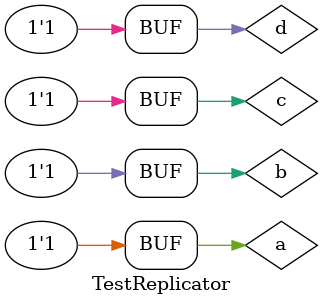
<source format=v>
`timescale 1ns / 1ps


module TestReplicator;

	// Inputs
	reg a;
	reg b;
	reg c;
	reg d;

	// Outputs
	wire out1;
	wire out2;
	wire out3;

	// Instantiate the Unit Under Test (UUT)
	Replicator uut (
		.a(a), 
		.b(b), 
		.c(c), 
		.d(d), 
		.out1(out1), 
		.out2(out2), 
		.out3(out3)
	);

	initial begin
		// Initialize Inputs
    a = 0;
    b = 0;
    c = 0;
    d = 0;

    // Wait 50 ns for global reset to finish
    #50;
    a = 0;
    b = 0;
    c = 0;
    d = 1;

    // Wait 50 ns for global reset to finish
    #50;
    a = 0;
    b = 0;
    c = 1;
    d = 0;

    // Wait 50 ns for global reset to finish
    #50;
    a = 0;
    b = 0;
    c = 1;
    d = 1;

    // Wait 50 ns for global reset to finish
    #50;
    a = 0;
    b = 1;
    c = 0;
    d = 0;

    // Wait 50 ns for global reset to finish
    #50;
    a = 0;
    b = 1;
    c = 0;
    d = 1;

    // Wait 50 ns for global reset to finish
    #50;
    a = 0;
    b = 1;
    c = 1;
    d = 0;

    // Wait 50 ns for global reset to finish
    #50;
    a = 0;
    b = 1;
    c = 1;
    d = 1;

    // Wait 50 ns for global reset to finish
    #50;
    a = 1;
    b = 0;
    c = 0;
    d = 0;

    // Wait 50 ns for global reset to finish
    #50;
    a = 1;
    b = 0;
    c = 0;
    d = 1;

    // Wait 50 ns for global reset to finish
    #50;
    a = 1;
    b = 0;
    c = 1;
    d = 0;

    // Wait 50 ns for global reset to finish
    #50;
    a = 1;
    b = 0;
    c = 1;
    d = 1;

    // Wait 50 ns for global reset to finish
    #50;
    a = 1;
    b = 1;
    c = 0;
    d = 0;

    // Wait 50 ns for global reset to finish
    #50;
    a = 1;
    b = 1;
    c = 0;
    d = 1;

    // Wait 50 ns for global reset to finish
    #50;
    a = 1;
    b = 1;
    c = 1;
    d = 0;

    // Wait 50 ns for global reset to finish
    #50;
    a = 1;
    b = 1;
    c = 1;
    d = 1;

    // Wait 50 ns for global reset to finish
    #50;
    // Add stimulus here

	end
      
endmodule


</source>
